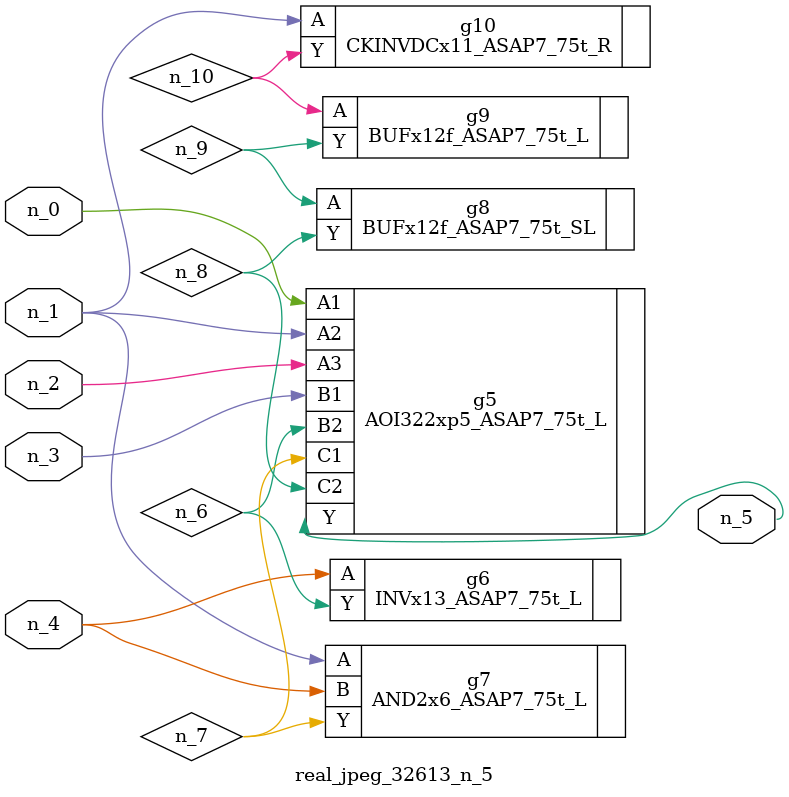
<source format=v>
module real_jpeg_32613_n_5 (n_4, n_0, n_1, n_2, n_3, n_5);

input n_4;
input n_0;
input n_1;
input n_2;
input n_3;

output n_5;

wire n_8;
wire n_6;
wire n_7;
wire n_10;
wire n_9;

AOI322xp5_ASAP7_75t_L g5 ( 
.A1(n_0),
.A2(n_1),
.A3(n_2),
.B1(n_3),
.B2(n_6),
.C1(n_7),
.C2(n_8),
.Y(n_5)
);

AND2x6_ASAP7_75t_L g7 ( 
.A(n_1),
.B(n_4),
.Y(n_7)
);

CKINVDCx11_ASAP7_75t_R g10 ( 
.A(n_1),
.Y(n_10)
);

INVx13_ASAP7_75t_L g6 ( 
.A(n_4),
.Y(n_6)
);

BUFx12f_ASAP7_75t_SL g8 ( 
.A(n_9),
.Y(n_8)
);

BUFx12f_ASAP7_75t_L g9 ( 
.A(n_10),
.Y(n_9)
);


endmodule
</source>
